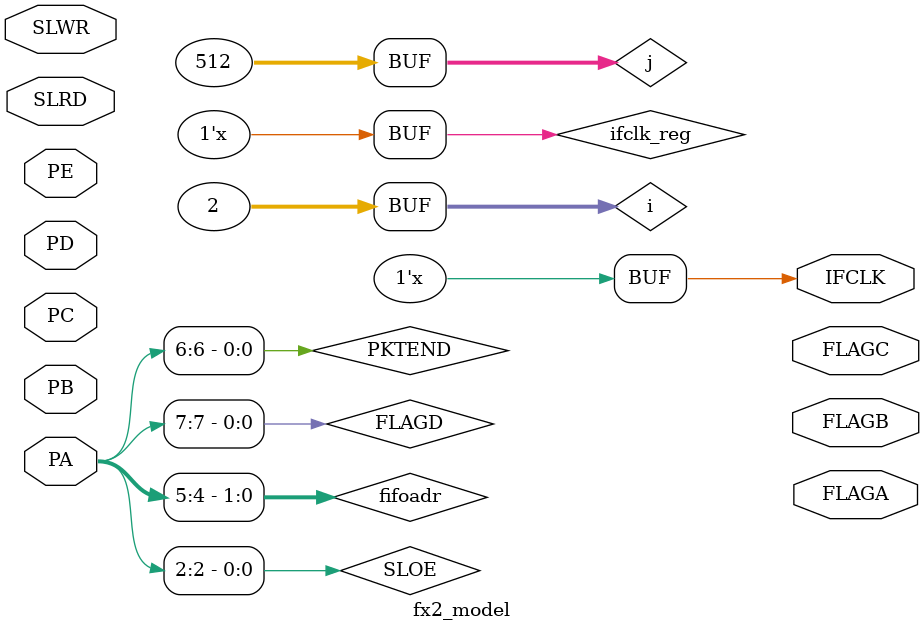
<source format=v>
`timescale 1ns / 1ps
module fx2_model(
		input [7:0] PA,
		inout [7:0] PB,
		inout [7:0] PC,
		inout [7:0] PD,
		inout [7:0] PE,
		input SLRD,
		input SLWR,
		output FLAGA,
		output FLAGB,
		output FLAGC,
		output IFCLK
	);
	parameter [7:0] IFCONFIG = 8'h80;
	parameter [7:0] EP2CFG = 8'h00;
	parameter [7:0] EP4CFG = 8'h00;
	parameter [7:0] EP6CFG = 8'h00;
	parameter [7:0] EP8CFG = 8'h00;
	
	localparam ifconfig_period = (IFCONFIG[6]) ? 10.415 : 16.66;
	
	reg ifclk_reg = 0;
	
	always begin
		#ifconfig_period ifclk_reg = ~ifclk_reg;
	end
	wire ifclk_pol = (IFCONFIG[4]) ? ~ifclk_pol : ifclk_pol;
	assign IFCLK = (IFCONFIG[5]) ? ifclk_pol : 1'bZ;
	
	// blah, muck with this later
	reg [7:0] ep2[1:0][511:0];
	reg [7:0] ep6[1:0][511:0];
	integer i,j;
	initial begin
		for (i=0;i<2;i=i+1)
			for (j=0;j<512;j=j+1) begin
				ep2[i][j] <= {8{1'b0}};
				ep6[i][j] <= {8{1'b0}};
			end
	end
	
	wire [1:0] fifoadr = PA[5:4];
	wire FLAGD;
	assign PA[7] = FLAGD;
	wire PKTEND = PA[6];
	wire SLOE = PA[2];
		
	
endmodule

</source>
